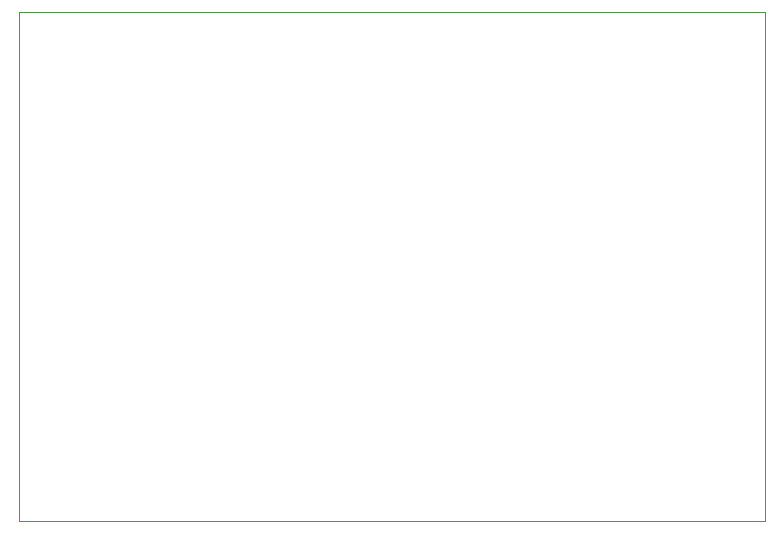
<source format=gbr>
G04 Generated by Ultiboard 13.0 *
%FSLAX24Y24*%
%MOIN*%

%ADD11C,0.0001*%


G04 ColorRGB 00FFFF for the following layer *
%LNBoard Outline*%
%LPD*%
G54D10*
G54D11*
X0Y0D02*
X24882Y0D01*
X24882Y16969D01*
X0Y16969D01*
X0Y0D01*

M02*

</source>
